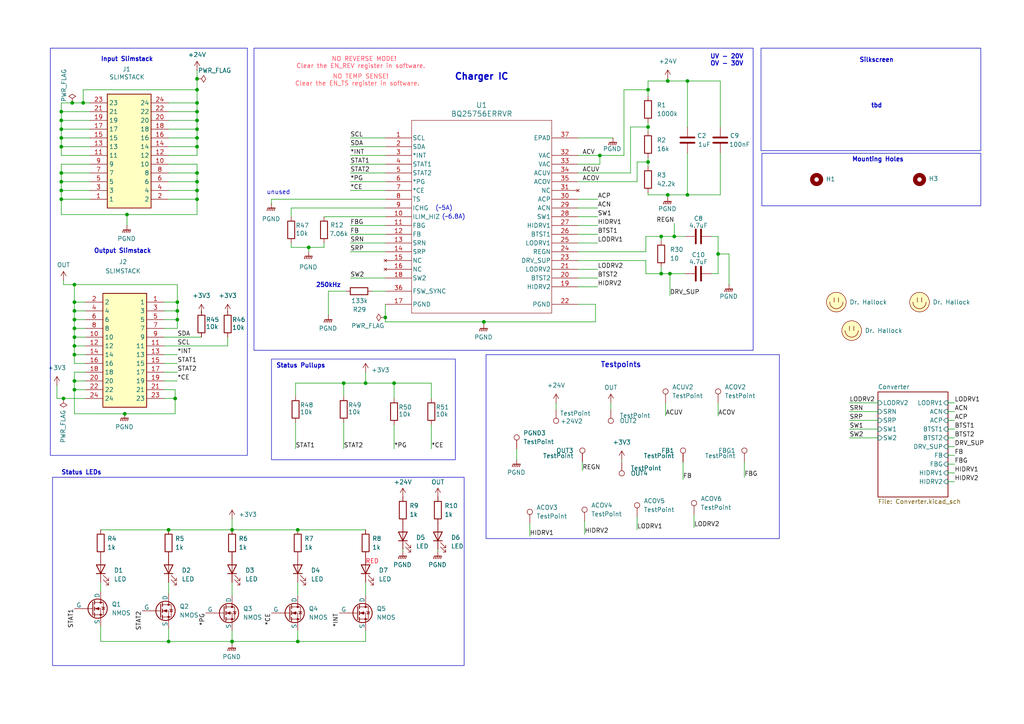
<source format=kicad_sch>
(kicad_sch (version 20250114) (generator "eeschema") (generator_version "9.0")
  (paper "A4")
  (title_block (title "Supp Charger"))
  (rectangle (start 78.74 104.14) (end 132.08 133.35))
  (rectangle (start 220.726 13.97) (end 284.48 43.688))
  (rectangle (start 14.605 13.97) (end 71.755 132.08))
  (rectangle (start 220.98 44.45) (end 284.48 59.69))
  (rectangle (start 73.66 13.97) (end 218.44 101.6))
  (rectangle (start 15.24 138.43) (end 134.62 193.04))
  (rectangle (start 140.97 102.87) (end 226.06 156.21))
  (text "Testpoints" (at 180.086 105.918 0) (effects (font (size 1.524 1.524) (thickness 0.254) (bold yes))))
  (text "(~6.8A)" (at 131.572 62.992 0) (effects (font (size 1.27 1.27))))
  (text "250kHz" (at 95.25 82.804 0) (effects (font (size 1.27 1.27) (thickness 0.254) (bold yes))))
  (text "Mounting Holes" (at 254.635 46.355 0) (effects (font (size 1.27 1.27) (thickness 0.254) (bold yes))))
  (text "RED" (at 107.95 162.941 0) (effects (font (size 1.27 1.27))))
  (text "Status LEDs" (at 23.622 137.16 0) (effects (font (size 1.27 1.27) (thickness 0.254) (bold yes))))
  (text "Status Pullups\n" (at 87.249 106.172 0) (effects (font (size 1.27 1.27) (thickness 0.254) (bold yes))))
  (text "Charger IC" (at 139.7 22.352 0) (effects (font (size 1.905 1.905) (thickness 0.381) (bold yes))))
  (text "unused" (at 80.772 55.88 0) (effects (font (size 1.27 1.27))))
  (text "tbd" (at 254.254 30.734 0) (effects (font (size 1.27 1.27) (thickness 0.254) (bold yes))))
  (text "UV - 20V\nOV - 30V\n" (at 210.82 17.526 0) (effects (font (size 1.27 1.27) (thickness 0.254) (bold yes))))
  (text "Output Slimstack" (at 35.56 72.898 0) (effects (font (size 1.27 1.27) (thickness 0.254) (bold yes))))
  (text "  NO REVERSE MODE!\nClear the EN_REV register in software." (at 104.648 18.288 0) (effects (font (size 1.27 1.27) (thickness 0.1588))))
  (text "Input Slimstack\n" (at 36.83 17.272 0) (effects (font (size 1.27 1.27) (thickness 0.254) (bold yes))))
  (text "(~5A)" (at 128.778 60.452 0) (effects (font (size 1.27 1.27))))
  (text "Silkscreen\n" (at 254.254 17.526 0) (effects (font (size 1.27 1.27) (thickness 0.254) (bold yes))))
  (text "  NO TEMP SENSE!\nClear the EN_TS register in software." (at 103.632 23.368 0) (effects (font (size 1.27 1.27) (thickness 0.1588))))
  (junction (at 17.78 50.165))
  (junction (at 57.15 40.005))
  (junction (at 199.39 56.515))
  (junction (at 18.415 115.57))
  (junction (at 57.15 29.845))
  (junction (at 17.78 34.925))
  (junction (at 140.335 93.345))
  (junction (at 111.76 92.075))
  (junction (at 114.3 111.125))
  (junction (at 195.58 68.58))
  (junction (at 17.78 52.705))
  (junction (at 51.435 90.17))
  (junction (at 57.15 22.86))
  (junction (at 57.15 32.385))
  (junction (at 17.78 55.245))
  (junction (at 89.535 71.755))
  (junction (at 187.96 26.035))
  (junction (at 187.96 46.99))
  (junction (at 50.8 115.57))
  (junction (at 21.59 97.79))
  (junction (at 173.99 45.085))
  (junction (at 57.15 37.465))
  (junction (at 21.59 87.63))
  (junction (at 57.15 26.035))
  (junction (at 17.78 42.545))
  (junction (at 191.77 79.375))
  (junction (at 57.15 52.705))
  (junction (at 187.96 36.83))
  (junction (at 21.59 102.87))
  (junction (at 48.895 186.055))
  (junction (at 24.13 29.845))
  (junction (at 57.15 55.245))
  (junction (at 199.39 23.495))
  (junction (at 193.675 56.515))
  (junction (at 194.31 79.375))
  (junction (at 21.59 82.55))
  (junction (at 17.78 57.785))
  (junction (at 193.675 23.495))
  (junction (at 36.83 62.23))
  (junction (at 86.36 186.055))
  (junction (at 36.195 120.015))
  (junction (at 17.78 40.005))
  (junction (at 17.78 37.465))
  (junction (at 21.59 100.33))
  (junction (at 51.435 87.63))
  (junction (at 21.59 90.17))
  (junction (at 21.59 110.49))
  (junction (at 17.78 32.385))
  (junction (at 57.15 57.785))
  (junction (at 20.955 29.845))
  (junction (at 57.15 34.925))
  (junction (at 86.36 153.67))
  (junction (at 99.695 111.125))
  (junction (at 57.15 50.165))
  (junction (at 67.31 186.055))
  (junction (at 48.895 153.67))
  (junction (at 191.77 68.58))
  (junction (at 106.045 111.125))
  (junction (at 21.59 113.03))
  (junction (at 51.435 92.71))
  (junction (at 21.59 95.25))
  (junction (at 57.15 42.545))
  (junction (at 208.28 73.66))
  (junction (at 21.59 92.71))
  (junction (at 67.31 153.67))
  (wire (pts (xy 21.59 90.17) (xy 21.59 87.63)))
  (wire (pts (xy 18.415 82.55) (xy 21.59 82.55)))
  (wire (pts (xy 208.915 23.495) (xy 199.39 23.495)))
  (wire (pts (xy 274.955 116.84) (xy 276.86 116.84)))
  (wire (pts (xy 85.725 114.935) (xy 85.725 111.125)))
  (wire (pts (xy 167.64 52.705) (xy 184.785 52.705)))
  (wire (pts (xy 184.785 149.86) (xy 184.785 153.67)))
  (wire (pts (xy 57.15 29.845) (xy 57.15 32.385)))
  (wire (pts (xy 167.64 67.945) (xy 173.355 67.945)))
  (wire (pts (xy 101.6 70.485) (xy 111.76 70.485)))
  (wire (pts (xy 51.435 92.71) (xy 51.435 95.25)))
  (wire (pts (xy 57.15 52.705) (xy 57.15 55.245)))
  (wire (pts (xy 114.3 123.19) (xy 114.3 130.175)))
  (wire (pts (xy 24.13 29.845) (xy 24.13 26.035)))
  (wire (pts (xy 21.59 110.49) (xy 21.59 113.03)))
  (wire (pts (xy 167.64 73.025) (xy 187.325 73.025)))
  (wire (pts (xy 57.15 62.23) (xy 57.15 57.785)))
  (wire (pts (xy 57.15 47.625) (xy 57.15 50.165)))
  (wire (pts (xy 66.04 90.805) (xy 66.04 90.17)))
  (wire (pts (xy 66.04 97.79) (xy 66.04 100.33)))
  (wire (pts (xy 191.77 79.375) (xy 194.31 79.375)))
  (wire (pts (xy 211.455 82.55) (xy 211.455 73.66)))
  (wire (pts (xy 26.035 34.925) (xy 17.78 34.925)))
  (wire (pts (xy 86.36 153.67) (xy 106.045 153.67)))
  (wire (pts (xy 167.64 75.565) (xy 187.325 75.565)))
  (wire (pts (xy 24.13 26.035) (xy 57.15 26.035)))
  (wire (pts (xy 187.325 68.58) (xy 191.77 68.58)))
  (wire (pts (xy 86.36 168.91) (xy 86.36 172.72)))
  (wire (pts (xy 21.59 95.25) (xy 21.59 97.79)))
  (wire (pts (xy 274.955 119.38) (xy 276.86 119.38)))
  (wire (pts (xy 17.78 52.705) (xy 17.78 50.165)))
  (wire (pts (xy 36.83 62.23) (xy 57.15 62.23)))
  (wire (pts (xy 187.96 23.495) (xy 193.675 23.495)))
  (wire (pts (xy 21.59 90.17) (xy 24.765 90.17)))
  (wire (pts (xy 99.695 111.125) (xy 99.695 114.935)))
  (wire (pts (xy 67.31 182.88) (xy 67.31 186.055)))
  (wire (pts (xy 114.3 111.125) (xy 114.3 115.57)))
  (wire (pts (xy 184.785 52.705) (xy 184.785 46.99)))
  (wire (pts (xy 215.9 133.985) (xy 215.9 138.43)))
  (wire (pts (xy 36.83 65.405) (xy 36.83 62.23)))
  (wire (pts (xy 149.86 130.175) (xy 149.86 133.35)))
  (wire (pts (xy 21.59 97.79) (xy 24.765 97.79)))
  (wire (pts (xy 206.375 68.58) (xy 208.28 68.58)))
  (wire (pts (xy 187.96 26.035) (xy 187.96 23.495)))
  (wire (pts (xy 101.6 47.625) (xy 111.76 47.625)))
  (wire (pts (xy 111.76 88.265) (xy 111.76 92.075)))
  (wire (pts (xy 274.955 134.62) (xy 276.86 134.62)))
  (wire (pts (xy 16.51 111.76) (xy 16.51 115.57)))
  (wire (pts (xy 84.455 71.755) (xy 89.535 71.755)))
  (wire (pts (xy 29.21 153.67) (xy 48.895 153.67)))
  (wire (pts (xy 246.38 121.92) (xy 254.635 121.92)))
  (wire (pts (xy 26.035 50.165) (xy 17.78 50.165)))
  (wire (pts (xy 195.58 68.58) (xy 191.77 68.58)))
  (wire (pts (xy 274.955 139.7) (xy 276.86 139.7)))
  (wire (pts (xy 101.6 65.405) (xy 111.76 65.405)))
  (wire (pts (xy 57.15 22.86) (xy 57.15 26.035)))
  (wire (pts (xy 84.455 70.485) (xy 84.455 71.755)))
  (wire (pts (xy 21.59 100.33) (xy 24.765 100.33)))
  (wire (pts (xy 20.955 29.845) (xy 24.13 29.845)))
  (wire (pts (xy 274.955 137.16) (xy 276.86 137.16)))
  (wire (pts (xy 169.545 151.13) (xy 169.545 154.94)))
  (wire (pts (xy 211.455 73.66) (xy 208.28 73.66)))
  (wire (pts (xy 101.6 42.545) (xy 111.76 42.545)))
  (wire (pts (xy 93.98 62.865) (xy 111.76 62.865)))
  (wire (pts (xy 85.725 111.125) (xy 99.695 111.125)))
  (wire (pts (xy 36.195 120.015) (xy 50.8 120.015)))
  (wire (pts (xy 26.035 32.385) (xy 17.78 32.385)))
  (wire (pts (xy 29.21 186.055) (xy 48.895 186.055)))
  (wire (pts (xy 201.295 149.225) (xy 201.295 153.035)))
  (wire (pts (xy 21.59 92.71) (xy 21.59 95.25)))
  (wire (pts (xy 172.72 88.265) (xy 172.72 93.345)))
  (wire (pts (xy 17.78 37.465) (xy 17.78 34.925)))
  (wire (pts (xy 47.625 90.17) (xy 51.435 90.17)))
  (wire (pts (xy 106.045 111.125) (xy 114.3 111.125)))
  (wire (pts (xy 47.625 87.63) (xy 51.435 87.63)))
  (wire (pts (xy 47.625 100.33) (xy 66.04 100.33)))
  (wire (pts (xy 47.625 107.95) (xy 51.435 107.95)))
  (wire (pts (xy 89.535 71.755) (xy 89.535 73.025)))
  (wire (pts (xy 95.25 84.455) (xy 95.25 91.44)))
  (wire (pts (xy 48.895 37.465) (xy 57.15 37.465)))
  (wire (pts (xy 57.15 40.005) (xy 57.15 42.545)))
  (wire (pts (xy 48.895 40.005) (xy 57.15 40.005)))
  (wire (pts (xy 67.31 168.91) (xy 67.31 172.72)))
  (wire (pts (xy 187.96 46.99) (xy 187.96 48.26)))
  (wire (pts (xy 86.36 186.055) (xy 106.045 186.055)))
  (wire (pts (xy 199.39 23.495) (xy 199.39 36.83)))
  (wire (pts (xy 21.59 107.95) (xy 21.59 110.49)))
  (wire (pts (xy 182.88 50.165) (xy 182.88 36.83)))
  (wire (pts (xy 48.895 42.545) (xy 57.15 42.545)))
  (wire (pts (xy 167.64 57.785) (xy 173.355 57.785)))
  (wire (pts (xy 161.29 118.745) (xy 161.29 116.84)))
  (wire (pts (xy 187.325 75.565) (xy 187.325 79.375)))
  (wire (pts (xy 193.04 116.84) (xy 193.04 120.65)))
  (wire (pts (xy 51.435 95.25) (xy 47.625 95.25)))
  (wire (pts (xy 180.975 26.035) (xy 187.96 26.035)))
  (wire (pts (xy 177.165 118.745) (xy 177.165 116.84)))
  (wire (pts (xy 47.625 97.79) (xy 58.42 97.79)))
  (wire (pts (xy 246.38 124.46) (xy 254.635 124.46)))
  (wire (pts (xy 17.78 29.845) (xy 20.955 29.845)))
  (wire (pts (xy 173.99 47.625) (xy 173.99 45.085)))
  (wire (pts (xy 84.455 60.325) (xy 84.455 62.865)))
  (wire (pts (xy 168.91 133.985) (xy 168.91 136.525)))
  (wire (pts (xy 167.64 88.265) (xy 172.72 88.265)))
  (wire (pts (xy 21.59 90.17) (xy 21.59 92.71)))
  (wire (pts (xy 47.625 110.49) (xy 51.435 110.49)))
  (wire (pts (xy 173.99 45.085) (xy 180.975 45.085)))
  (wire (pts (xy 57.15 50.165) (xy 57.15 52.705)))
  (wire (pts (xy 26.035 45.085) (xy 17.78 45.085)))
  (wire (pts (xy 167.64 78.105) (xy 173.355 78.105)))
  (wire (pts (xy 78.74 57.785) (xy 78.74 59.055)))
  (wire (pts (xy 193.675 56.515) (xy 193.675 57.15)))
  (wire (pts (xy 172.72 93.345) (xy 140.335 93.345)))
  (wire (pts (xy 125.095 115.57) (xy 125.095 111.125)))
  (wire (pts (xy 17.78 34.925) (xy 17.78 32.385)))
  (wire (pts (xy 17.78 40.005) (xy 17.78 37.465)))
  (wire (pts (xy 85.725 122.555) (xy 85.725 130.175)))
  (wire (pts (xy 21.59 110.49) (xy 24.765 110.49)))
  (wire (pts (xy 187.96 27.94) (xy 187.96 26.035)))
  (wire (pts (xy 84.455 60.325) (xy 111.76 60.325)))
  (wire (pts (xy 167.64 83.185) (xy 173.355 83.185)))
  (wire (pts (xy 67.31 186.055) (xy 86.36 186.055)))
  (wire (pts (xy 167.64 65.405) (xy 173.355 65.405)))
  (wire (pts (xy 50.8 120.015) (xy 50.8 115.57)))
  (wire (pts (xy 48.895 186.055) (xy 67.31 186.055)))
  (wire (pts (xy 194.31 79.375) (xy 194.31 85.725)))
  (wire (pts (xy 24.765 92.71) (xy 21.59 92.71)))
  (wire (pts (xy 57.15 20.32) (xy 57.15 22.86)))
  (wire (pts (xy 93.98 70.485) (xy 93.98 71.755)))
  (wire (pts (xy 199.39 56.515) (xy 208.915 56.515)))
  (wire (pts (xy 48.895 45.085) (xy 57.15 45.085)))
  (wire (pts (xy 78.74 57.785) (xy 111.76 57.785)))
  (wire (pts (xy 167.64 50.165) (xy 182.88 50.165)))
  (wire (pts (xy 193.675 56.515) (xy 199.39 56.515)))
  (wire (pts (xy 208.28 68.58) (xy 208.28 73.66)))
  (wire (pts (xy 274.955 121.92) (xy 276.86 121.92)))
  (wire (pts (xy 48.895 34.925) (xy 57.15 34.925)))
  (wire (pts (xy 208.28 116.84) (xy 208.28 120.65)))
  (wire (pts (xy 182.88 36.83) (xy 187.96 36.83)))
  (wire (pts (xy 195.58 68.58) (xy 195.58 64.77)))
  (wire (pts (xy 17.78 45.085) (xy 17.78 42.545)))
  (wire (pts (xy 101.6 40.005) (xy 111.76 40.005)))
  (wire (pts (xy 187.96 56.515) (xy 193.675 56.515)))
  (wire (pts (xy 198.755 68.58) (xy 195.58 68.58)))
  (wire (pts (xy 26.035 55.245) (xy 17.78 55.245)))
  (wire (pts (xy 106.045 168.91) (xy 106.045 172.72)))
  (wire (pts (xy 167.64 60.325) (xy 173.355 60.325)))
  (wire (pts (xy 193.675 23.495) (xy 199.39 23.495)))
  (wire (pts (xy 21.59 82.55) (xy 51.435 82.55)))
  (wire (pts (xy 26.035 47.625) (xy 17.78 47.625)))
  (wire (pts (xy 67.31 153.67) (xy 86.36 153.67)))
  (wire (pts (xy 208.915 36.83) (xy 208.915 23.495)))
  (wire (pts (xy 99.695 111.125) (xy 106.045 111.125)))
  (wire (pts (xy 167.64 40.005) (xy 177.8 40.005)))
  (wire (pts (xy 21.59 87.63) (xy 21.59 82.55)))
  (wire (pts (xy 48.895 50.165) (xy 57.15 50.165)))
  (wire (pts (xy 167.64 47.625) (xy 173.99 47.625)))
  (wire (pts (xy 191.77 68.58) (xy 191.77 69.85)))
  (wire (pts (xy 107.95 84.455) (xy 111.76 84.455)))
  (wire (pts (xy 198.12 133.985) (xy 198.12 139.065)))
  (wire (pts (xy 57.15 32.385) (xy 57.15 34.925)))
  (wire (pts (xy 51.435 87.63) (xy 51.435 90.17)))
  (wire (pts (xy 106.045 182.88) (xy 106.045 186.055)))
  (wire (pts (xy 167.64 80.645) (xy 173.355 80.645)))
  (wire (pts (xy 21.59 95.25) (xy 24.765 95.25)))
  (wire (pts (xy 26.035 40.005) (xy 17.78 40.005)))
  (wire (pts (xy 21.59 120.015) (xy 36.195 120.015)))
  (wire (pts (xy 153.67 151.765) (xy 153.67 155.575)))
  (wire (pts (xy 193.675 22.86) (xy 193.675 23.495)))
  (wire (pts (xy 274.955 124.46) (xy 276.86 124.46)))
  (wire (pts (xy 274.955 129.54) (xy 276.86 129.54)))
  (wire (pts (xy 21.59 113.03) (xy 21.59 120.015)))
  (wire (pts (xy 21.59 113.03) (xy 24.765 113.03)))
  (wire (pts (xy 180.34 133.35) (xy 180.34 133.985)))
  (wire (pts (xy 18.415 115.57) (xy 16.51 115.57)))
  (wire (pts (xy 18.415 81.28) (xy 18.415 82.55)))
  (wire (pts (xy 17.78 32.385) (xy 17.78 29.845)))
  (wire (pts (xy 101.6 55.245) (xy 111.76 55.245)))
  (wire (pts (xy 173.355 70.485) (xy 167.64 70.485)))
  (wire (pts (xy 101.6 80.645) (xy 111.76 80.645)))
  (wire (pts (xy 50.8 113.03) (xy 47.625 113.03)))
  (wire (pts (xy 17.78 50.165) (xy 17.78 47.625)))
  (wire (pts (xy 187.325 79.375) (xy 191.77 79.375)))
  (wire (pts (xy 29.21 168.91) (xy 29.21 171.45)))
  (wire (pts (xy 106.045 107.95) (xy 106.045 111.125)))
  (wire (pts (xy 17.78 62.23) (xy 36.83 62.23)))
  (wire (pts (xy 57.15 34.925) (xy 57.15 37.465)))
  (wire (pts (xy 93.98 71.755) (xy 89.535 71.755)))
  (wire (pts (xy 116.84 160.02) (xy 116.84 159.385)))
  (wire (pts (xy 17.78 42.545) (xy 17.78 40.005)))
  (wire (pts (xy 24.13 29.845) (xy 26.035 29.845)))
  (wire (pts (xy 26.035 37.465) (xy 17.78 37.465)))
  (wire (pts (xy 184.785 46.99) (xy 187.96 46.99)))
  (wire (pts (xy 274.955 127) (xy 276.86 127)))
  (wire (pts (xy 47.625 105.41) (xy 51.435 105.41)))
  (wire (pts (xy 167.64 45.085) (xy 173.99 45.085)))
  (wire (pts (xy 21.59 87.63) (xy 24.765 87.63)))
  (wire (pts (xy 125.095 123.19) (xy 125.095 130.175)))
  (wire (pts (xy 48.895 168.91) (xy 48.895 172.085)))
  (wire (pts (xy 48.895 182.245) (xy 48.895 186.055)))
  (wire (pts (xy 86.36 182.88) (xy 86.36 186.055)))
  (wire (pts (xy 101.6 45.085) (xy 111.76 45.085)))
  (wire (pts (xy 208.28 73.66) (xy 208.28 79.375)))
  (wire (pts (xy 246.38 116.84) (xy 254.635 116.84)))
  (wire (pts (xy 167.64 62.865) (xy 173.355 62.865)))
  (wire (pts (xy 48.895 52.705) (xy 57.15 52.705)))
  (wire (pts (xy 101.6 67.945) (xy 111.76 67.945)))
  (wire (pts (xy 17.78 57.785) (xy 26.035 57.785)))
  (wire (pts (xy 191.77 77.47) (xy 191.77 79.375)))
  (wire (pts (xy 47.625 102.87) (xy 51.435 102.87)))
  (wire (pts (xy 26.035 42.545) (xy 17.78 42.545)))
  (wire (pts (xy 246.38 127) (xy 254.635 127)))
  (wire (pts (xy 101.6 52.705) (xy 111.76 52.705)))
  (wire (pts (xy 187.96 55.88) (xy 187.96 56.515)))
  (wire (pts (xy 101.6 73.025) (xy 111.76 73.025)))
  (wire (pts (xy 21.59 97.79) (xy 21.59 100.33)))
  (wire (pts (xy 24.765 107.95) (xy 21.59 107.95)))
  (wire (pts (xy 48.895 153.67) (xy 67.31 153.67)))
  (wire (pts (xy 187.96 35.56) (xy 187.96 36.83)))
  (wire (pts (xy 17.78 57.785) (xy 17.78 62.23)))
  (wire (pts (xy 17.78 57.785) (xy 17.78 55.245)))
  (wire (pts (xy 57.15 42.545) (xy 57.15 45.085)))
  (wire (pts (xy 50.8 115.57) (xy 50.8 113.03)))
  (wire (pts (xy 99.695 122.555) (xy 99.695 130.175)))
  (wire (pts (xy 127 160.02) (xy 127 159.385)))
  (wire (pts (xy 51.435 82.55) (xy 51.435 87.63)))
  (wire (pts (xy 21.59 100.33) (xy 21.59 102.87)))
  (wire (pts (xy 24.765 115.57) (xy 18.415 115.57)))
  (wire (pts (xy 21.59 102.87) (xy 21.59 105.41)))
  (wire (pts (xy 187.325 73.025) (xy 187.325 68.58)))
  (wire (pts (xy 21.59 102.87) (xy 24.765 102.87)))
  (wire (pts (xy 67.31 150.495) (xy 67.31 153.67)))
  (wire (pts (xy 125.095 111.125) (xy 114.3 111.125)))
  (wire (pts (xy 47.625 92.71) (xy 51.435 92.71)))
  (wire (pts (xy 101.6 50.165) (xy 111.76 50.165)))
  (wire (pts (xy 111.76 93.345) (xy 111.76 92.075)))
  (wire (pts (xy 208.28 79.375) (xy 206.375 79.375)))
  (wire (pts (xy 58.42 90.805) (xy 58.42 90.17)))
  (wire (pts (xy 140.335 93.345) (xy 140.335 93.98)))
  (wire (pts (xy 51.435 90.17) (xy 51.435 92.71)))
  (wire (pts (xy 140.335 93.345) (xy 111.76 93.345)))
  (wire (pts (xy 57.15 55.245) (xy 57.15 57.785)))
  (wire (pts (xy 48.895 32.385) (xy 57.15 32.385)))
  (wire (pts (xy 100.33 84.455) (xy 95.25 84.455)))
  (wire (pts (xy 47.625 115.57) (xy 50.8 115.57)))
  (wire (pts (xy 57.15 37.465) (xy 57.15 40.005)))
  (wire (pts (xy 187.96 36.83) (xy 187.96 38.1)))
  (wire (pts (xy 48.895 57.785) (xy 57.15 57.785)))
  (wire (pts (xy 26.035 52.705) (xy 17.78 52.705)))
  (wire (pts (xy 24.765 105.41) (xy 21.59 105.41)))
  (wire (pts (xy 274.955 132.08) (xy 276.86 132.08)))
  (wire (pts (xy 48.895 29.845) (xy 57.15 29.845)))
  (wire (pts (xy 48.895 47.625) (xy 57.15 47.625)))
  (wire (pts (xy 57.15 26.035) (xy 57.15 29.845)))
  (wire (pts (xy 29.21 181.61) (xy 29.21 186.055)))
  (wire (pts (xy 180.975 45.085) (xy 180.975 26.035)))
  (wire (pts (xy 246.38 119.38) (xy 254.635 119.38)))
  (wire (pts (xy 67.31 186.69) (xy 67.31 186.055)))
  (wire (pts (xy 17.78 55.245) (xy 17.78 52.705)))
  (wire (pts (xy 187.96 45.72) (xy 187.96 46.99)))
  (wire (pts (xy 194.31 79.375) (xy 198.755 79.375)))
  (wire (pts (xy 208.915 56.515) (xy 208.915 44.45)))
  (wire (pts (xy 199.39 44.45) (xy 199.39 56.515)))
  (wire (pts (xy 48.895 55.245) (xy 57.15 55.245)))
  (label "LODRV2" (at 201.295 153.035 0))
  (label "LODRV2" (at 246.38 116.84 0))
  (label "BTST1" (at 276.86 124.46 0))
  (label "BTST2" (at 276.86 127 0))
  (label "*PG" (at 101.6 52.705 0))
  (label "STAT2" (at 101.6 50.165 0))
  (label "*CE" (at 125.095 130.175 0))
  (label "SRP" (at 101.6 73.025 0))
  (label "FB" (at 198.12 139.065 0))
  (label "HIDRV2" (at 276.86 139.7 0))
  (label "SW1" (at 246.38 124.46 0))
  (label "*INT" (at 101.6 45.085 0))
  (label "ACOV" (at 208.28 120.65 0))
  (label "SDA" (at 101.6 42.545 0))
  (label "ACP" (at 173.355 57.785 0))
  (label "*CE" (at 51.435 110.49 0))
  (label "FB" (at 101.6 67.945 0))
  (label "ACN" (at 173.355 60.325 0))
  (label "STAT1" (at 85.725 130.175 0))
  (label "REGN" (at 195.58 64.77 180))
  (label "FBG" (at 215.9 138.43 0))
  (label "STAT1" (at 51.435 105.41 0))
  (label "LODRV1" (at 173.355 70.485 0))
  (label "HIDRV2" (at 173.355 83.185 0))
  (label "*INT" (at 51.435 102.87 0))
  (label "SW2" (at 101.6 80.645 0))
  (label "HIDRV2" (at 169.545 154.94 0))
  (label "BTST1" (at 173.355 67.945 0))
  (label "HIDRV1" (at 173.355 65.405 0))
  (label "SW1" (at 173.355 62.865 0))
  (label "BTST2" (at 173.355 80.645 0))
  (label "LODRV1" (at 276.86 116.84 0))
  (label "FB" (at 276.86 132.08 0))
  (label "FBG" (at 101.6 65.405 0))
  (label "SCL" (at 101.6 40.005 0))
  (label "STAT2" (at 51.435 107.95 0))
  (label "SRN" (at 101.6 70.485 0))
  (label "FBG" (at 276.86 134.62 0))
  (label "*CE" (at 101.6 55.245 0))
  (label "*PG" (at 114.3 130.175 0))
  (label "ACUV" (at 168.91 50.165 0))
  (label "ACOV" (at 168.91 52.705 0))
  (label "*PG" (at 59.69 177.8 270))
  (label "HIDRV1" (at 276.86 137.16 0))
  (label "STAT2" (at 99.695 130.175 0))
  (label "ACV" (at 168.91 45.085 0))
  (label "LODRV2" (at 173.355 78.105 0))
  (label "LODRV1" (at 184.785 153.67 0))
  (label "ACP" (at 276.86 121.92 0))
  (label "HIDRV1" (at 153.67 155.575 0))
  (label "SCL" (at 51.435 100.33 0))
  (label "STAT1" (at 101.6 47.625 0))
  (label "SRP" (at 246.38 121.92 0))
  (label "SW2" (at 246.38 127 0))
  (label "ACN" (at 276.86 119.38 0))
  (label "*INT" (at 98.425 177.8 270))
  (label "DRV_SUP" (at 276.86 129.54 0))
  (label "STAT2" (at 41.275 177.165 270))
  (label "SRN" (at 246.38 119.38 0))
  (label "DRV_SUP" (at 194.31 85.725 0))
  (label "ACUV" (at 193.04 120.65 0))
  (label "STAT1" (at 21.59 176.53 270))
  (label "SDA" (at 51.435 97.79 0))
  (label "REGN" (at 168.91 136.525 0))
  (label "*CE" (at 78.74 177.8 270))
  (symbol (lib_id "Device:R") (at 66.04 93.98 0) (unit 1)
    (property "Reference" "R46" (at 67.31 92.71 0) (effects (justify left)))
    (property "Value" "10k" (at 67.31 94.996 0) (effects (justify left)))
    (property "Footprint" "Resistor_SMD:R_0603_1608Metric_Pad0.98x0.95mm_HandSolder" (effects (hide yes)))
    (property "Description" "Resistor" (effects (hide yes)))
    (property "P/N" "CRCW06034K70FKEA" (effects (hide yes)))
  )
  (symbol (lib_id "Simulation_SPICE:NMOS") (at 103.505 177.8 0) (unit 1)
    (property "Reference" "Q5" (at 109.22 176.5299 0) (effects (justify left)))
    (property "Value" "NMOS" (at 109.22 179.0699 0) (effects (justify left)))
    (property "Footprint" "Components:SOT95P237X112-3N" (effects (hide yes)))
    (property "Datasheet" "https://ngspice.sourceforge.io/docs/ngspice-html-manual/manual.xhtml#cha_MOSFETs" (effects (hide yes)))
    (property "Description" "N-MOSFET transistor, drain/source/gate" (effects (hide yes)))
    (property "Sim.Device" "NMOS" (effects (hide yes)))
    (property "Sim.Type" "VDMOS" (effects (hide yes)))
    (property "Sim.Pins" "1=D 2=G 3=S" (effects (hide yes)))
  )
  (symbol (lib_id "power:+3V3") (at 180.34 133.35 0) (unit 1)
    (property "Reference" "#PWR015" (effects (hide yes)))
    (property "Value" "+3V3" (at 180.34 128.27 0))
    (property "Description" "Power symbol creates a global label with name \"+3V3\"" (effects (hide yes)))
  )
  (symbol (lib_id "Device:C") (at 208.915 40.64 0) (unit 1)
    (property "Reference" "C9" (at 211.709 39.37 0) (effects (justify left)))
    (property "Value" "100nF" (at 211.455 41.91 0) (effects (justify left)))
    (property "Footprint" "Capacitor_SMD:C_0603_1608Metric_Pad1.08x0.95mm_HandSolder" (effects (hide yes)))
    (property "Description" "Unpolarized capacitor" (effects (hide yes)))
    (property "P/N" "MLASH168SB7104KTNA01" (effects (hide yes)))
  )
  (symbol (lib_id "Simulation_SPICE:NMOS") (at 64.77 177.8 0) (unit 1)
    (property "Reference" "Q3" (at 70.485 176.5299 0) (effects (justify left)))
    (property "Value" "NMOS" (at 70.485 179.0699 0) (effects (justify left)))
    (property "Footprint" "Components:SOT95P237X112-3N" (effects (hide yes)))
    (property "Datasheet" "https://ngspice.sourceforge.io/docs/ngspice-html-manual/manual.xhtml#cha_MOSFETs" (effects (hide yes)))
    (property "Description" "N-MOSFET transistor, drain/source/gate" (effects (hide yes)))
    (property "Sim.Device" "NMOS" (effects (hide yes)))
    (property "Sim.Type" "VDMOS" (effects (hide yes)))
    (property "Sim.Pins" "1=D 2=G 3=S" (effects (hide yes)))
  )
  (symbol (lib_id "Device:C") (at 199.39 40.64 0) (unit 1)
    (property "Reference" "C2" (at 202.184 39.37 0) (effects (justify left)))
    (property "Value" "1uF" (at 202.438 41.91 0) (effects (justify left)))
    (property "Footprint" "Capacitor_SMD:C_0603_1608Metric_Pad1.08x0.95mm_HandSolder" (effects (hide yes)))
    (property "Description" "Unpolarized capacitor" (effects (hide yes)))
    (property "P/N" "MLASU168SB5105KTNA01" (effects (hide yes)))
  )
  (symbol (lib_id "Device:R") (at 67.31 157.48 0) (unit 1)
    (property "Reference" "R6" (at 69.215 156.2099 0) (effects (justify left)))
    (property "Value" "1k" (at 69.215 158.7499 0) (effects (justify left)))
    (property "Footprint" "Resistor_SMD:R_0603_1608Metric_Pad0.98x0.95mm_HandSolder" (effects (hide yes)))
    (property "Datasheet" "https://www.vishay.com/docs/20035/dcrcwe3.pdf" (effects (hide yes)))
    (property "Description" "Resistor" (effects (hide yes)))
    (property "P/N" "CRCW06031K00FKEI" (effects (hide yes)))
  )
  (symbol (lib_id "power:GNDPWR") (at 177.8 40.005 0) (unit 1)
    (property "Reference" "#PWR09" (effects (hide yes)))
    (property "Value" "PGND" (at 177.546 43.18 0))
    (property "Description" "Power symbol creates a global label with name \"GNDPWR\" , global ground" (effects (hide yes)))
  )
  (symbol (lib_id "Mechanical:MountingHole") (at 236.855 52.07 0) (unit 1) (in_bom no)
    (property "Reference" "H1" (at 239.522 51.943 0) (effects (justify left)))
    (property "Value" "MountingHole" (effects (hide yes)))
    (property "Footprint" "MountingHole:MountingHole_3.2mm_M3_Pad_TopBottom" (effects (hide yes)))
    (property "Description" "Mounting Hole without connection" (effects (hide yes)))
  )
  (symbol (lib_id "power:+3V3") (at 67.31 150.495 0) (unit 1)
    (property "Reference" "#PWR016" (effects (hide yes)))
    (property "Value" "+3V3" (at 69.215 149.2249 0) (effects (justify left)))
    (property "Description" "Power symbol creates a global label with name \"+3V3\"" (effects (hide yes)))
  )
  (symbol (lib_id "utsvt_connectors:52465-2470") (at 26.035 29.845 0) (unit 1)
    (property "Reference" "J1" (at 36.703 20.066 0))
    (property "Value" "SLIMSTACK" (at 36.83 22.352 0))
    (property "Footprint" "UTSVT_Connectors:524652470" (effects (hide yes)))
    (property "Datasheet" "https://www.molex.com/pdm_docs/sd/524652470_sd.pdf" (effects (hide yes)))
    (property "Description" "24 pin board-board connector" (effects (hide yes)))
    (property "Height" "3.55" (effects (hide yes)))
    (property "Mouser Part Number" "538-52465-2470" (effects (hide yes)))
    (property "Mouser Price/Stock" "https://www.mouser.co.uk/ProductDetail/Molex/52465-2470?qs=sEN%2FkO1EG6Yhu4DkZwbE7Q%3D%3D" (effects (hide yes)))
    (property "Manufacturer_Name" "Molex" (effects (hide yes)))
    (property "P/N" "52465-2470" (effects (hide yes)))
  )
  (symbol (lib_id "Connector:TestPoint") (at 201.295 149.225 0) (unit 1)
    (property "Reference" "ACOV6" (at 203.2 144.6529 0) (effects (justify left)))
    (property "Value" "TestPoint" (at 203.2 147.1929 0) (effects (justify left)))
    (property "Footprint" "TestPoint:TestPoint_Pad_1.0x1.0mm" (effects (hide yes)))
    (property "Description" "test point" (effects (hide yes)))
  )
  (symbol (lib_id "power:GNDPWR") (at 36.195 120.015 0) (unit 1)
    (property "Reference" "#PWR010" (effects (hide yes)))
    (property "Value" "PGND" (at 36.068 123.825 0))
    (property "Description" "Power symbol creates a global label with name \"GNDPWR\" , global ground" (effects (hide yes)))
  )
  (symbol (lib_id "Device:LED") (at 127 155.575 90) (unit 1)
    (property "Reference" "D6" (at 130.81 155.8924 90) (effects (justify right)))
    (property "Value" "LED" (at 130.81 158.4324 90) (effects (justify right)))
    (property "Footprint" "Diode_SMD:D_0603_1608Metric" (effects (hide yes)))
    (property "Description" "Light emitting diode" (effects (hide yes)))
    (property "Sim.Pins" "1=K 2=A" (effects (hide yes)))
    (property "P/N" "LTST-C193TBKT-5A" (effects (hide yes)))
  )
  (symbol (lib_id "Device:R") (at 93.98 66.675 0) (unit 1)
    (property "Reference" "R12" (at 95.758 65.278 0) (effects (justify left)))
    (property "Value" "7.06k" (at 95.504 67.818 0) (effects (justify left)))
    (property "Footprint" "Resistor_SMD:R_0603_1608Metric_Pad0.98x0.95mm_HandSolder" (effects (hide yes)))
    (property "Description" "Resistor" (effects (hide yes)))
    (property "P/N" "RT0603BRD077K06L" (effects (hide yes)))
  )
  (symbol (lib_id "utsvt_misc:Logo_Placeholder") (at 247.015 95.885 0) (unit 1)
    (property "Reference" "LOGO3" (effects (hide yes)))
    (property "Value" "Dr. Hallock" (at 250.825 95.8849 0) (effects (justify left)))
    (property "Footprint" "UTSVT_Logos:Hallock_Image_Tiny" (effects (hide yes)))
    (property "Description" "Graph footprint placeholder" (effects (hide yes)))
  )
  (symbol (lib_id "Components:BQ25756ERRVR") (at 111.76 40.005 0) (unit 1)
    (property "Reference" "U1" (at 139.7 30.48 0) (effects (font (size 1.524 1.524))))
    (property "Value" "BQ25756ERRVR" (at 139.7 33.02 0) (effects (font (size 1.524 1.524))))
    (property "Footprint" "Components:VQFN36_RRV_TEX" (effects (hide yes)))
    (property "Datasheet" "https://www.ti.com/lit/gpn/bq25756e" (effects (hide yes)))
  )
  (symbol (lib_id "Device:R") (at 191.77 73.66 0) (unit 1)
    (property "Reference" "R30" (at 194.31 72.3899 0) (effects (justify left)))
    (property "Value" "10" (at 194.31 74.9299 0) (effects (justify left)))
    (property "Footprint" "Resistor_SMD:R_0603_1608Metric_Pad0.98x0.95mm_HandSolder" (effects (hide yes)))
    (property "Description" "Resistor" (effects (hide yes)))
    (property "P/N" "CRCW060310R0FKEE" (effects (hide yes)))
  )
  (symbol (lib_id "power:+24V") (at 57.15 20.32 0) (unit 1)
    (property "Reference" "#PWR03" (effects (hide yes)))
    (property "Value" "+24V" (at 57.15 15.875 0))
    (property "Description" "Power symbol creates a global label with name \"+24V\"" (effects (hide yes)))
  )
  (symbol (lib_id "power:+3V3") (at 127 144.145 0) (unit 1)
    (property "Reference" "#PWR018" (effects (hide yes)))
    (property "Value" "OUT" (at 127 139.827 0))
    (property "Description" "Power symbol creates a global label with name \"+3V3\"" (effects (hide yes)))
  )
  (symbol (lib_id "power:+3V3") (at 66.04 90.805 0) (unit 1)
    (property "Reference" "#PWR051" (effects (hide yes)))
    (property "Value" "+3V3" (at 66.04 85.725 0))
    (property "Description" "Power symbol creates a global label with name \"+3V3\"" (effects (hide yes)))
  )
  (symbol (lib_id "power:GNDPWR") (at 36.83 65.405 0) (unit 1)
    (property "Reference" "#PWR014" (effects (hide yes)))
    (property "Value" "PGND" (at 36.703 69.215 0))
    (property "Description" "Power symbol creates a global label with name \"GNDPWR\" , global ground" (effects (hide yes)))
  )
  (symbol (lib_id "power:GNDPWR") (at 193.675 57.15 0) (unit 1)
    (property "Reference" "#PWR05" (effects (hide yes)))
    (property "Value" "PGND" (at 193.548 60.579 0))
    (property "Description" "Power symbol creates a global label with name \"GNDPWR\" , global ground" (effects (hide yes)))
  )
  (symbol (lib_id "power:+3V3") (at 116.84 144.145 0) (unit 1)
    (property "Reference" "#PWR019" (effects (hide yes)))
    (property "Value" "+24V" (at 116.84 139.827 0))
    (property "Description" "Power symbol creates a global label with name \"+3V3\"" (effects (hide yes)))
  )
  (symbol (lib_id "power:+3V3") (at 18.415 81.28 0) (unit 1)
    (property "Reference" "#PWR011" (effects (hide yes)))
    (property "Value" "OUT" (at 18.415 76.835 0))
    (property "Description" "Power symbol creates a global label with name \"OUT\"" (effects (hide yes)))
  )
  (symbol (lib_id "Connector:TestPoint") (at 180.34 133.985 0) (mirror x) (unit 1)
    (property "Reference" "OUT4" (at 182.88 137.287 0) (effects (justify left)))
    (property "Value" "TestPoint" (at 182.88 135.763 0) (effects (justify left)))
    (property "Footprint" "TestPoint:TestPoint_THTPad_1.0x1.0mm_Drill0.5mm" (effects (hide yes)))
    (property "Description" "test point" (effects (hide yes)))
  )
  (symbol (lib_id "power:GNDPWR") (at 78.74 59.055 0) (unit 1)
    (property "Reference" "#PWR04" (effects (hide yes)))
    (property "Value" "PGND" (at 78.613 63.5 0))
    (property "Description" "Power symbol creates a global label with name \"GNDPWR\" , global ground" (effects (hide yes)))
  )
  (symbol (lib_id "power:+24V") (at 193.675 22.86 0) (unit 1)
    (property "Reference" "#PWR01" (effects (hide yes)))
    (property "Value" "+24V" (at 193.675 17.78 0))
    (property "Description" "Power symbol creates a global label with name \"+24V\"" (effects (hide yes)))
  )
  (symbol (lib_id "Device:R") (at 187.96 31.75 0) (unit 1)
    (property "Reference" "R1" (at 190.5 30.4799 0) (effects (justify left)))
    (property "Value" "1000k" (at 190.5 33.0199 0) (effects (justify left)))
    (property "Footprint" "Resistor_SMD:R_0603_1608Metric_Pad0.98x0.95mm_HandSolder" (effects (hide yes)))
    (property "Datasheet" "https://www.vishay.com/docs/20132/rca-sre3.pdf" (effects (hide yes)))
    (property "Description" "Resistor" (effects (hide yes)))
    (property "P/N" "RCA06031M00FKEASR" (effects (hide yes)))
  )
  (symbol (lib_id "power:PWR_FLAG") (at 18.415 115.57 180) (unit 1)
    (property "Reference" "#FLG020" (effects (hide yes)))
    (property "Value" "PWR_FLAG" (at 18.288 123.698 90))
    (property "Description" "Special symbol for telling ERC where power comes from" (effects (hide yes)))
  )
  (symbol (lib_id "Device:R") (at 99.695 118.745 0) (unit 1)
    (property "Reference" "R49" (at 100.965 117.475 0) (effects (justify left)))
    (property "Value" "10k" (at 100.965 119.507 0) (effects (justify left)))
    (property "Footprint" "Resistor_SMD:R_0603_1608Metric_Pad0.98x0.95mm_HandSolder" (effects (hide yes)))
    (property "Description" "Resistor" (effects (hide yes)))
    (property "P/N" "CRCW06034K70FKEA" (effects (hide yes)))
  )
  (symbol (lib_id "power:GNDPWR") (at 211.455 82.55 0) (unit 1)
    (property "Reference" "#PWR06" (effects (hide yes)))
    (property "Value" "PGND" (at 211.328 85.979 0))
    (property "Description" "Power symbol creates a global label with name \"GNDPWR\" , global ground" (effects (hide yes)))
  )
  (symbol (lib_id "Connector:TestPoint") (at 169.545 151.13 0) (unit 1)
    (property "Reference" "ACOV4" (at 171.45 146.5579 0) (effects (justify left)))
    (property "Value" "TestPoint" (at 171.45 149.0979 0) (effects (justify left)))
    (property "Footprint" "TestPoint:TestPoint_Pad_1.0x1.0mm" (effects (hide yes)))
    (property "Description" "test point" (effects (hide yes)))
  )
  (symbol (lib_id "power:+24V") (at 177.165 116.84 0) (mirror y) (unit 1)
    (property "Reference" "#PWR046" (effects (hide yes)))
    (property "Value" "OUT" (at 177.165 112.395 0))
    (property "Description" "Power symbol creates a global label with name \"+24V\"" (effects (hide yes)))
  )
  (symbol (lib_id "Device:R") (at 104.14 84.455 90) (unit 1)
    (property "Reference" "R29" (at 104.267 89.789 90))
    (property "Value" "133k" (at 104.267 87.249 90))
    (property "Footprint" "Resistor_SMD:R_0603_1608Metric_Pad0.98x0.95mm_HandSolder" (effects (hide yes)))
    (property "Datasheet" "https://www.mouser.com/catalog/specsheets/YAGEO_PYu_RC_Group_51_RoHS_L_12.pdf" (effects (hide yes)))
    (property "Description" "Resistor" (effects (hide yes)))
    (property "P/N" "RC0603FR-07133KL" (effects (hide yes)))
  )
  (symbol (lib_id "Connector:TestPoint") (at 208.28 116.84 0) (unit 1)
    (property "Reference" "ACOV2" (at 210.185 112.2679 0) (effects (justify left)))
    (property "Value" "TestPoint" (at 210.185 114.8079 0) (effects (justify left)))
    (property "Footprint" "TestPoint:TestPoint_Pad_1.0x1.0mm" (effects (hide yes)))
    (property "Description" "test point" (effects (hide yes)))
  )
  (symbol (lib_id "Connector:TestPoint") (at 184.785 149.86 0) (unit 1)
    (property "Reference" "ACOV5" (at 186.69 145.2879 0) (effects (justify left)))
    (property "Value" "TestPoint" (at 186.69 147.8279 0) (effects (justify left)))
    (property "Footprint" "TestPoint:TestPoint_Pad_1.0x1.0mm" (effects (hide yes)))
    (property "Description" "test point" (effects (hide yes)))
  )
  (symbol (lib_id "power:PWR_FLAG") (at 20.955 29.845 0) (unit 1)
    (property "Reference" "#FLG019" (effects (hide yes)))
    (property "Value" "PWR_FLAG" (at 18.542 24.765 90))
    (property "Description" "Special symbol for telling ERC where power comes from" (effects (hide yes)))
  )
  (symbol (lib_id "Connector:TestPoint") (at 149.86 130.175 0) (unit 1)
    (property "Reference" "PGND3" (at 151.765 125.6029 0) (effects (justify left)))
    (property "Value" "TestPoint" (at 151.765 128.1429 0) (effects (justify left)))
    (property "Footprint" "TestPoint:TestPoint_THTPad_1.0x1.0mm_Drill0.5mm" (effects (hide yes)))
    (property "Description" "test point" (effects (hide yes)))
  )
  (symbol (lib_id "power:GNDPWR") (at 116.84 160.02 0) (unit 1)
    (property "Reference" "#PWR013" (effects (hide yes)))
    (property "Value" "PGND" (at 116.713 163.83 0))
    (property "Description" "Power symbol creates a global label with name \"GNDPWR\" , global ground" (effects (hide yes)))
  )
  (symbol (lib_id "Connector:TestPoint") (at 168.91 133.985 0) (mirror y) (unit 1)
    (property "Reference" "OUT3" (at 166.37 130.683 0) (effects (justify left)))
    (property "Value" "TestPoint" (at 166.37 132.207 0) (effects (justify left)))
    (property "Footprint" "TestPoint:TestPoint_Pad_1.0x1.0mm" (effects (hide yes)))
    (property "Description" "test point" (effects (hide yes)))
  )
  (symbol (lib_id "utsvt_connectors:52465-2470") (at 47.625 115.57 180) (unit 1)
    (property "Reference" "J2" (at 35.687 75.946 0))
    (property "Value" "SLIMSTACK" (at 35.687 78.613 0))
    (property "Footprint" "UTSVT_Connectors:524652470" (effects (hide yes)))
    (property "Datasheet" "https://www.molex.com/pdm_docs/sd/524652470_sd.pdf" (effects (hide yes)))
    (property "Description" "24 pin board-board connector" (effects (hide yes)))
    (property "Height" "3.55" (effects (hide yes)))
    (property "Mouser Part Number" "538-52465-2470" (effects (hide yes)))
    (property "Mouser Price/Stock" "https://www.mouser.co.uk/ProductDetail/Molex/52465-2470?qs=sEN%2FkO1EG6Yhu4DkZwbE7Q%3D%3D" (effects (hide yes)))
    (property "Manufacturer_Name" "Molex" (effects (hide yes)))
    (property "P/N" "52465-2470" (effects (hide yes)))
  )
  (symbol (lib_id "power:GNDPWR") (at 95.25 91.44 0) (unit 1)
    (property "Reference" "#PWR022" (effects (hide yes)))
    (property "Value" "PGND" (at 95.123 95.25 0))
    (property "Description" "Power symbol creates a global label with name \"GNDPWR\" , global ground" (effects (hide yes)))
  )
  (symbol (lib_id "power:+24V") (at 161.29 116.84 0) (unit 1)
    (property "Reference" "#PWR044" (effects (hide yes)))
    (property "Value" "+24V" (at 161.29 111.76 0))
    (property "Description" "Power symbol creates a global label with name \"+24V\"" (effects (hide yes)))
  )
  (symbol (lib_id "Connector:TestPoint") (at 161.29 118.745 180) (unit 1)
    (property "Reference" "+24V2" (at 169.037 122.174 0) (effects (justify left)))
    (property "Value" "TestPoint" (at 171.323 119.888 0) (effects (justify left)))
    (property "Footprint" "TestPoint:TestPoint_THTPad_1.0x1.0mm_Drill0.5mm" (effects (hide yes)))
    (property "Description" "test point" (effects (hide yes)))
  )
  (symbol (lib_id "Device:R") (at 187.96 52.07 0) (unit 1)
    (property "Reference" "R3" (at 190.5 50.7999 0) (effects (justify left)))
    (property "Value" "42.2k" (at 190.5 53.3399 0) (effects (justify left)))
    (property "Footprint" "Resistor_SMD:R_0603_1608Metric_Pad0.98x0.95mm_HandSolder" (effects (hide yes)))
    (property "Datasheet" "https://www.mouser.com/datasheet/3/40/1/cr.pdf" (effects (hide yes)))
    (property "Description" "Resistor" (effects (hide yes)))
    (property "P/N" "CR0603-FX-4222ELF" (effects (hide yes)))
  )
  (symbol (lib_id "Device:R") (at 48.895 157.48 0) (unit 1)
    (property "Reference" "R5" (at 50.8 156.2099 0) (effects (justify left)))
    (property "Value" "1k" (at 50.8 158.7499 0) (effects (justify left)))
    (property "Footprint" "Resistor_SMD:R_0603_1608Metric_Pad0.98x0.95mm_HandSolder" (effects (hide yes)))
    (property "Datasheet" "https://www.vishay.com/docs/20035/dcrcwe3.pdf" (effects (hide yes)))
    (property "Description" "Resistor" (effects (hide yes)))
    (property "P/N" "CRCW06031K00FKEI" (effects (hide yes)))
  )
  (symbol (lib_id "Mechanical:MountingHole") (at 266.7 52.07 0) (unit 1) (in_bom no)
    (property "Reference" "H3" (at 269.367 51.816 0) (effects (justify left)))
    (property "Value" "MountingHole" (effects (hide yes)))
    (property "Footprint" "MountingHole:MountingHole_3.2mm_M3_Pad_TopBottom" (effects (hide yes)))
    (property "Description" "Mounting Hole without connection" (effects (hide yes)))
  )
  (symbol (lib_id "power:GNDPWR") (at 127 160.02 0) (unit 1)
    (property "Reference" "#PWR012" (effects (hide yes)))
    (property "Value" "PGND" (at 126.873 163.83 0))
    (property "Description" "Power symbol creates a global label with name \"GNDPWR\" , global ground" (effects (hide yes)))
  )
  (symbol (lib_id "Device:R") (at 85.725 118.745 0) (unit 1)
    (property "Reference" "R48" (at 86.995 117.475 0) (effects (justify left)))
    (property "Value" "10k" (at 86.995 119.507 0) (effects (justify left)))
    (property "Footprint" "Resistor_SMD:R_0603_1608Metric_Pad0.98x0.95mm_HandSolder" (effects (hide yes)))
    (property "Description" "Resistor" (effects (hide yes)))
    (property "P/N" "CRCW06034K70FKEA" (effects (hide yes)))
  )
  (symbol (lib_id "Device:R") (at 127 147.955 0) (unit 1)
    (property "Reference" "R10" (at 128.905 146.6849 0) (effects (justify left)))
    (property "Value" "1k" (at 128.905 149.2249 0) (effects (justify left)))
    (property "Footprint" "Resistor_SMD:R_0603_1608Metric_Pad0.98x0.95mm_HandSolder" (effects (hide yes)))
    (property "Datasheet" "https://www.vishay.com/docs/20035/dcrcwe3.pdf" (effects (hide yes)))
    (property "Description" "Resistor" (effects (hide yes)))
    (property "P/N" "CRCW06031K00FKEI" (effects (hide yes)))
  )
  (symbol (lib_id "Device:LED") (at 106.045 165.1 90) (unit 1)
    (property "Reference" "D7" (at 109.855 165.4174 90) (effects (justify right)))
    (property "Value" "LED" (at 109.855 167.9574 90) (effects (justify right)))
    (property "Footprint" "Diode_SMD:D_0603_1608Metric" (effects (hide yes)))
    (property "Datasheet" "https://www.lcsc.com/datasheet/C84263.pdf" (effects (hide yes)))
    (property "Description" "Light emitting diode" (effects (hide yes)))
    (property "Sim.Pins" "1=K 2=A" (effects (hide yes)))
    (property "P/N" "LS Q976.01-N1Q2-1" (effects (hide yes)))
  )
  (symbol (lib_id "Device:R") (at 58.42 93.98 0) (unit 1)
    (property "Reference" "R45" (at 59.69 92.71 0) (effects (justify left)))
    (property "Value" "10k" (at 59.69 94.742 0) (effects (justify left)))
    (property "Footprint" "Resistor_SMD:R_0603_1608Metric_Pad0.98x0.95mm_HandSolder" (effects (hide yes)))
    (property "Description" "Resistor" (effects (hide yes)))
    (property "P/N" "CRCW06034K70FKEA" (effects (hide yes)))
  )
  (symbol (lib_id "power:GNDPWR") (at 89.535 73.025 0) (unit 1)
    (property "Reference" "#PWR08" (effects (hide yes)))
    (property "Value" "PGND" (at 89.408 77.47 0))
    (property "Description" "Power symbol creates a global label with name \"GNDPWR\" , global ground" (effects (hide yes)))
  )
  (symbol (lib_id "power:PWR_FLAG") (at 111.76 92.075 90) (unit 1)
    (property "Reference" "#FLG010" (effects (hide yes)))
    (property "Value" "PWR_FLAG" (at 106.68 94.488 90))
    (property "Description" "Special symbol for telling ERC where power comes from" (effects (hide yes)))
  )
  (symbol (lib_id "power:+3V3") (at 58.42 90.805 0) (unit 1)
    (property "Reference" "#PWR050" (effects (hide yes)))
    (property "Value" "+3V3" (at 58.42 85.725 0))
    (property "Description" "Power symbol creates a global label with name \"+3V3\"" (effects (hide yes)))
  )
  (symbol (lib_id "power:GNDPWR") (at 140.335 93.98 0) (unit 1)
    (property "Reference" "#PWR02" (effects (hide yes)))
    (property "Value" "PGND" (at 140.208 97.79 0))
    (property "Description" "Power symbol creates a global label with name \"GNDPWR\" , global ground" (effects (hide yes)))
  )
  (symbol (lib_id "Device:LED") (at 48.895 165.1 90) (unit 1)
    (property "Reference" "D2" (at 52.705 165.4174 90) (effects (justify right)))
    (property "Value" "LED" (at 52.705 167.9574 90) (effects (justify right)))
    (property "Footprint" "Diode_SMD:D_0603_1608Metric" (effects (hide yes)))
    (property "Datasheet" "https://mm.digikey.com/Volume0/opasdata/d220001/medias/docus/6472/5962_XL-1608UBC-06A%200603%E9%AB%98%E4%BA%AE%E8%93%9D0.6T.pdf" (effects (hide yes)))
    (property "Description" "Light emitting diode" (effects (hide yes)))
    (property "Sim.Pins" "1=K 2=A" (effects (hide yes)))
    (property "P/N" "LTST-C193TBKT-5A" (effects (hide yes)))
  )
  (symbol (lib_id "utsvt_misc:Logo_Placeholder") (at 266.7 87.63 0) (unit 1)
    (property "Reference" "LOGO2" (effects (hide yes)))
    (property "Value" "Dr. Hallock" (at 270.51 87.6299 0) (effects (justify left)))
    (property "Footprint" "UTSVT_Logos:LHRs_LOGO" (effects (hide yes)))
    (property "Description" "Graph footprint placeholder" (effects (hide yes)))
  )
  (symbol (lib_id "utsvt_misc:Logo_Placeholder") (at 242.57 87.63 0) (unit 1)
    (property "Reference" "LOGO1" (effects (hide yes)))
    (property "Value" "Dr. Hallock" (at 246.38 87.6299 0) (effects (justify left)))
    (property "Footprint" "UTSVT_Logos:UTSVT_Logo_Symbol" (effects (hide yes)))
    (property "Description" "Graph footprint placeholder" (effects (hide yes)))
  )
  (symbol (lib_id "power:+3V3") (at 16.51 111.76 0) (unit 1)
    (property "Reference" "#PWR07" (effects (hide yes)))
    (property "Value" "+3V3" (at 16.51 106.68 0))
    (property "Description" "Power symbol creates a global label with name \"+3V3\"" (effects (hide yes)))
  )
  (symbol (lib_id "Device:R") (at 106.045 157.48 0) (unit 1)
    (property "Reference" "R8" (at 107.95 156.2099 0) (effects (justify left)))
    (property "Value" "1k" (at 107.95 158.7499 0) (effects (justify left)))
    (property "Footprint" "Resistor_SMD:R_0603_1608Metric_Pad0.98x0.95mm_HandSolder" (effects (hide yes)))
    (property "Datasheet" "https://www.vishay.com/docs/20035/dcrcwe3.pdf" (effects (hide yes)))
    (property "Description" "Resistor" (effects (hide yes)))
    (property "P/N" "CRCW06031K00FKEI" (effects (hide yes)))
  )
  (symbol (lib_id "Device:C") (at 202.565 68.58 90) (unit 1)
    (property "Reference" "C8" (at 202.565 63.373 90))
    (property "Value" "4.7uF" (at 202.565 65.405 90))
    (property "Footprint" "Capacitor_SMD:C_0805_2012Metric" (effects (hide yes)))
    (property "Description" "Unpolarized capacitor" (effects (hide yes)))
    (property "P/N" "08055D475KAT4A" (effects (hide yes)))
  )
  (symbol (lib_id "Device:R") (at 116.84 147.955 0) (unit 1)
    (property "Reference" "R9" (at 118.745 146.6849 0) (effects (justify left)))
    (property "Value" "1k" (at 118.745 149.2249 0) (effects (justify left)))
    (property "Footprint" "Resistor_SMD:R_0603_1608Metric_Pad0.98x0.95mm_HandSolder" (effects (hide yes)))
    (property "Datasheet" "https://www.vishay.com/docs/20035/dcrcwe3.pdf" (effects (hide yes)))
    (property "Description" "Resistor" (effects (hide yes)))
    (property "P/N" "CRCW06031K00FKEI" (effects (hide yes)))
  )
  (symbol (lib_id "power:PWR_FLAG") (at 57.15 22.86 270) (unit 1)
    (property "Reference" "#FLG011" (effects (hide yes)))
    (property "Value" "PWR_FLAG" (at 62.23 20.447 90))
    (property "Description" "Special symbol for telling ERC where power comes from" (effects (hide yes)))
  )
  (symbol (lib_id "Device:R") (at 29.21 157.48 0) (unit 1)
    (property "Reference" "R4" (at 31.115 156.2099 0) (effects (justify left)))
    (property "Value" "1k" (at 31.115 158.7499 0) (effects (justify left)))
    (property "Footprint" "Resistor_SMD:R_0603_1608Metric_Pad0.98x0.95mm_HandSolder" (effects (hide yes)))
    (property "Datasheet" "https://www.vishay.com/docs/20035/dcrcwe3.pdf" (effects (hide yes)))
    (property "Description" "Resistor" (effects (hide yes)))
    (property "P/N" "CRCW06031K00FKEI" (effects (hide yes)))
  )
  (symbol (lib_id "Simulation_SPICE:NMOS") (at 46.355 177.165 0) (unit 1)
    (property "Reference" "Q2" (at 52.07 175.8949 0) (effects (justify left)))
    (property "Value" "NMOS" (at 52.07 178.4349 0) (effects (justify left)))
    (property "Footprint" "Components:SOT95P237X112-3N" (effects (hide yes)))
    (property "Datasheet" "https://ngspice.sourceforge.io/docs/ngspice-html-manual/manual.xhtml#cha_MOSFETs" (effects (hide yes)))
    (property "Description" "N-MOSFET transistor, drain/source/gate" (effects (hide yes)))
    (property "Sim.Device" "NMOS" (effects (hide yes)))
    (property "Sim.Type" "VDMOS" (effects (hide yes)))
    (property "Sim.Pins" "1=D 2=G 3=S" (effects (hide yes)))
  )
  (symbol (lib_id "Device:C") (at 202.565 79.375 90) (unit 1)
    (property "Reference" "C10" (at 202.565 73.914 90))
    (property "Value" "4.7uF" (at 202.565 75.946 90))
    (property "Footprint" "Capacitor_SMD:C_0805_2012Metric" (effects (hide yes)))
    (property "Description" "Unpolarized capacitor" (effects (hide yes)))
    (property "P/N" "08055D475KAT4A" (effects (hide yes)))
  )
  (symbol (lib_id "Connector:TestPoint") (at 198.12 133.985 0) (mirror y) (unit 1)
    (property "Reference" "FB1" (at 195.58 130.683 0) (effects (justify left)))
    (property "Value" "TestPoint" (at 195.58 132.207 0) (effects (justify left)))
    (property "Footprint" "TestPoint:TestPoint_Pad_1.0x1.0mm" (effects (hide yes)))
    (property "Description" "test point" (effects (hide yes)))
  )
  (symbol (lib_id "Device:LED") (at 86.36 165.1 90) (unit 1)
    (property "Reference" "D4" (at 90.17 165.4174 90) (effects (justify right)))
    (property "Value" "LED" (at 90.17 167.9574 90) (effects (justify right)))
    (property "Footprint" "Diode_SMD:D_0603_1608Metric" (effects (hide yes)))
    (property "Datasheet" "~https://mm.digikey.com/Volume0/opasdata/d220001/medias/docus/6472/5962_XL-1608UBC-06A%200603%E9%AB%98%E4%BA%AE%E8%93%9D0.6T.pdf" (effects (hide yes)))
    (property "Description" "Light emitting diode" (effects (hide yes)))
    (property "Sim.Pins" "1=K 2=A" (effects (hide yes)))
    (property "P/N" "LTST-C193TBKT-5A" (effects (hide yes)))
  )
  (symbol (lib_id "Connector:TestPoint") (at 193.04 116.84 0) (unit 1)
    (property "Reference" "ACUV2" (at 194.945 112.2679 0) (effects (justify left)))
    (property "Value" "TestPoint" (at 194.945 114.8079 0) (effects (justify left)))
    (property "Footprint" "TestPoint:TestPoint_Pad_1.0x1.0mm" (effects (hide yes)))
    (property "Description" "test point" (effects (hide yes)))
  )
  (symbol (lib_id "Simulation_SPICE:NMOS") (at 26.67 176.53 0) (unit 1)
    (property "Reference" "Q1" (at 32.385 175.2599 0) (effects (justify left)))
    (property "Value" "NMOS" (at 32.385 177.7999 0) (effects (justify left)))
    (property "Footprint" "Components:SOT95P237X112-3N" (effects (hide yes)))
    (property "Datasheet" "https://ngspice.sourceforge.io/docs/ngspice-html-manual/manual.xhtml#cha_MOSFETs" (effects (hide yes)))
    (property "Description" "N-MOSFET transistor, drain/source/gate" (effects (hide yes)))
    (property "Sim.Device" "NMOS" (effects (hide yes)))
    (property "Sim.Type" "VDMOS" (effects (hide yes)))
    (property "Sim.Pins" "1=D 2=G 3=S" (effects (hide yes)))
    (property "P/N" "IRLML0030TRPBF" (effects (hide yes)))
  )
  (symbol (lib_id "power:GNDPWR") (at 149.86 133.35 0) (unit 1)
    (property "Reference" "#PWR043" (effects (hide yes)))
    (property "Value" "PGND" (at 149.733 137.033 0))
    (property "Description" "Power symbol creates a global label with name \"GNDPWR\" , global ground" (effects (hide yes)))
  )
  (symbol (lib_id "Device:R") (at 125.095 119.38 0) (unit 1)
    (property "Reference" "R51" (at 126.365 118.11 0) (effects (justify left)))
    (property "Value" "10k" (at 126.365 120.142 0) (effects (justify left)))
    (property "Footprint" "Resistor_SMD:R_0603_1608Metric_Pad0.98x0.95mm_HandSolder" (effects (hide yes)))
    (property "Description" "Resistor" (effects (hide yes)))
    (property "P/N" "CRCW06034K70FKEA" (effects (hide yes)))
  )
  (symbol (lib_id "Device:R") (at 114.3 119.38 0) (unit 1)
    (property "Reference" "R50" (at 115.57 118.11 0) (effects (justify left)))
    (property "Value" "10k" (at 115.57 120.142 0) (effects (justify left)))
    (property "Footprint" "Resistor_SMD:R_0603_1608Metric_Pad0.98x0.95mm_HandSolder" (effects (hide yes)))
    (property "Description" "Resistor" (effects (hide yes)))
    (property "P/N" "CRCW06034K70FKEA" (effects (hide yes)))
  )
  (symbol (lib_id "Simulation_SPICE:NMOS") (at 83.82 177.8 0) (unit 1)
    (property "Reference" "Q4" (at 89.535 176.5299 0) (effects (justify left)))
    (property "Value" "NMOS" (at 89.535 179.0699 0) (effects (justify left)))
    (property "Footprint" "Components:SOT95P237X112-3N" (effects (hide yes)))
    (property "Datasheet" "https://ngspice.sourceforge.io/docs/ngspice-html-manual/manual.xhtml#cha_MOSFETs" (effects (hide yes)))
    (property "Description" "N-MOSFET transistor, drain/source/gate" (effects (hide yes)))
    (property "Sim.Device" "NMOS" (effects (hide yes)))
    (property "Sim.Type" "VDMOS" (effects (hide yes)))
    (property "Sim.Pins" "1=D 2=G 3=S" (effects (hide yes)))
  )
  (symbol (lib_id "Device:LED") (at 29.21 165.1 90) (unit 1)
    (property "Reference" "D1" (at 33.02 165.4174 90) (effects (justify right)))
    (property "Value" "LED" (at 33.02 167.9574 90) (effects (justify right)))
    (property "Footprint" "Diode_SMD:D_0603_1608Metric" (effects (hide yes)))
    (property "Datasheet" "https://mm.digikey.com/Volume0/opasdata/d220001/medias/docus/6472/5962_XL-1608UBC-06A%200603%E9%AB%98%E4%BA%AE%E8%93%9D0.6T.pdf" (effects (hide yes)))
    (property "Description" "Light emitting diode" (effects (hide yes)))
    (property "Sim.Pins" "1=K 2=A" (effects (hide yes)))
    (property "P/N" "LTST-C193TBKT-5A" (effects (hide yes)))
  )
  (symbol (lib_id "Device:LED") (at 116.84 155.575 90) (unit 1)
    (property "Reference" "D5" (at 120.65 155.8924 90) (effects (justify right)))
    (property "Value" "LED" (at 120.65 158.4324 90) (effects (justify right)))
    (property "Footprint" "Diode_SMD:D_0603_1608Metric" (effects (hide yes)))
    (property "Description" "Light emitting diode" (effects (hide yes)))
    (property "Sim.Pins" "1=K 2=A" (effects (hide yes)))
    (property "P/N" "LTST-C193TBKT-5A" (effects (hide yes)))
  )
  (symbol (lib_id "Device:R") (at 86.36 157.48 0) (unit 1)
    (property "Reference" "R7" (at 88.265 156.2099 0) (effects (justify left)))
    (property "Value" "1k" (at 88.265 158.7499 0) (effects (justify left)))
    (property "Footprint" "Resistor_SMD:R_0603_1608Metric_Pad0.98x0.95mm_HandSolder" (effects (hide yes)))
    (property "Datasheet" "https://www.vishay.com/docs/20035/dcrcwe3.pdf" (effects (hide yes)))
    (property "Description" "Resistor" (effects (hide yes)))
    (property "P/N" "CRCW06031K00FKEI" (effects (hide yes)))
  )
  (symbol (lib_id "Connector:TestPoint") (at 215.9 133.985 0) (mirror y) (unit 1)
    (property "Reference" "FBG1" (at 213.36 130.683 0) (effects (justify left)))
    (property "Value" "TestPoint" (at 213.36 132.207 0) (effects (justify left)))
    (property "Footprint" "TestPoint:TestPoint_Pad_1.0x1.0mm" (effects (hide yes)))
    (property "Description" "test point" (effects (hide yes)))
  )
  (symbol (lib_id "Connector:TestPoint") (at 153.67 151.765 0) (unit 1)
    (property "Reference" "ACOV3" (at 155.575 147.1929 0) (effects (justify left)))
    (property "Value" "TestPoint" (at 155.575 149.7329 0) (effects (justify left)))
    (property "Footprint" "TestPoint:TestPoint_Pad_1.0x1.0mm" (effects (hide yes)))
    (property "Description" "test point" (effects (hide yes)))
  )
  (symbol (lib_id "Device:LED") (at 67.31 165.1 90) (unit 1)
    (property "Reference" "D3" (at 71.12 165.4174 90) (effects (justify right)))
    (property "Value" "LED" (at 71.12 167.9574 90) (effects (justify right)))
    (property "Footprint" "Diode_SMD:D_0603_1608Metric" (effects (hide yes)))
    (property "Datasheet" "https://mm.digikey.com/Volume0/opasdata/d220001/medias/docus/6472/5962_XL-1608UBC-06A%200603%E9%AB%98%E4%BA%AE%E8%93%9D0.6T.pdf" (effects (hide yes)))
    (property "Description" "Light emitting diode" (effects (hide yes)))
    (property "Sim.Pins" "1=K 2=A" (effects (hide yes)))
    (property "P/N" "LTST-C193TBKT-5A" (effects (hide yes)))
  )
  (symbol (lib_id "Device:R") (at 84.455 66.675 0) (unit 1)
    (property "Reference" "R47" (at 85.725 65.405 0) (effects (justify left)))
    (property "Value" "10k" (at 85.725 67.691 0) (effects (justify left)))
    (property "Footprint" "Resistor_SMD:R_0603_1608Metric_Pad0.98x0.95mm_HandSolder" (effects (hide yes)))
    (property "Description" "Resistor" (effects (hide yes)))
    (property "P/N" "CRCW06034K70FKEA" (effects (hide yes)))
  )
  (symbol (lib_id "power:+3V3") (at 106.045 107.95 0) (unit 1)
    (property "Reference" "#PWR017" (effects (hide yes)))
    (property "Value" "+3V3" (at 107.696 107.315 0) (effects (justify left)))
    (property "Description" "Power symbol creates a global label with name \"+3V3\"" (effects (hide yes)))
  )
  (symbol (lib_id "Connector:TestPoint") (at 177.165 118.745 0) (mirror x) (unit 1)
    (property "Reference" "OUT2" (at 179.705 122.047 0) (effects (justify left)))
    (property "Value" "TestPoint" (at 179.705 120.523 0) (effects (justify left)))
    (property "Footprint" "TestPoint:TestPoint_THTPad_1.0x1.0mm_Drill0.5mm" (effects (hide yes)))
    (property "Description" "test point" (effects (hide yes)))
  )
  (symbol (lib_id "power:GNDPWR") (at 67.31 186.69 0) (unit 1)
    (property "Reference" "#PWR024" (effects (hide yes)))
    (property "Value" "PGND" (at 67.183 190.5 0))
    (property "Description" "Power symbol creates a global label with name \"GNDPWR\" , global ground" (effects (hide yes)))
  )
  (symbol (lib_id "Device:R") (at 187.96 41.91 0) (unit 1)
    (property "Reference" "R2" (at 190.5 40.6399 0) (effects (justify left)))
    (property "Value" "16k" (at 190.5 43.1799 0) (effects (justify left)))
    (property "Footprint" "Resistor_SMD:R_0603_1608Metric_Pad0.98x0.95mm_HandSolder" (effects (hide yes)))
    (property "Description" "Resistor" (effects (hide yes)))
    (property "P/N" "CRCW060316K0FKTA " (effects (hide yes)))
  )
  (sheet (at 254.635 113.665) (size 20.32 30.48) (stroke (width 0.1524))
    (property "Sheetname" "Converter" (at 254.635 112.9534 0) (effects (justify left bottom)))
    (property "Sheetfile" "Converter.kicad_sch" (at 254.635 144.7296 0) (effects (justify left top)))
    (pin "ACN" input (at 274.955 119.38 0))
    (pin "ACP" input (at 274.955 121.92 0))
    (pin "BTST1" input (at 274.955 124.46 0))
    (pin "BTST2" input (at 274.955 127 0))
    (pin "DRV_SUP" input (at 274.955 129.54 0))
    (pin "FB" input (at 274.955 132.08 0))
    (pin "FBG" input (at 274.955 134.62 0))
    (pin "HIDRV1" input (at 274.955 137.16 0))
    (pin "HIDRV2" input (at 274.955 139.7 0))
    (pin "LODRV1" input (at 274.955 116.84 0))
    (pin "LODRV2" input (at 254.635 116.84 180))
    (pin "SRN" input (at 254.635 119.38 180))
    (pin "SRP" input (at 254.635 121.92 180))
    (pin "SW1" input (at 254.635 124.46 180))
    (pin "SW2" input (at 254.635 127 180))
  )
)
</source>
